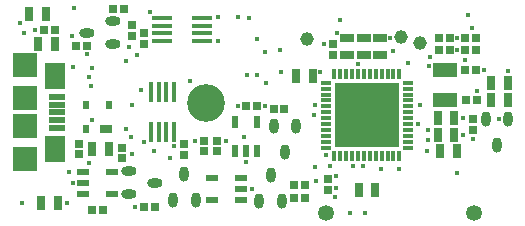
<source format=gbs>
G04 ================== begin FILE IDENTIFICATION RECORD ==================*
G04 Layout Name:  transponderRC2_4-10.brd*
G04 Film Name:    Soldermask_bot*
G04 File Format:  Gerber RS274X*
G04 File Origin:  Cadence Allegro 17.2-S042*
G04 Origin Date:  Fri Nov 23 21:07:11 2018*
G04 *
G04 Layer:  PACKAGE GEOMETRY/SOLDERMASK_BOTTOM*
G04 Layer:  BOARD GEOMETRY/SOLDERMASK_BOTTOM*
G04 Layer:  PIN/SOLDERMASK_BOTTOM*
G04 Layer:  VIA CLASS/SOLDERMASK_BOTTOM*
G04 *
G04 Offset:    (0.0000 0.0000)*
G04 Mirror:    No*
G04 Mode:      Positive*
G04 Rotation:  0*
G04 FullContactRelief:  No*
G04 UndefLineWidth:     0.1500*
G04 ================== end FILE IDENTIFICATION RECORD ====================*
%FSAX55Y55*MOMM*%
%IR0*IPPOS*OFA0.00000B0.00000*MIA0B0*SFA1.00000B1.00000*%
%ADD23O,.8X1.3*%
%ADD19R,1.X.7*%
%ADD18O,1.3X.8*%
%ADD31R,1.2X.8*%
%ADD10R,.8X1.2*%
%ADD17R,1.45X.5*%
%ADD21R,.45X1.7*%
%ADD22R,1.7X.45*%
%ADD11C,.45*%
%ADD14R,.75X.75*%
%ADD16R,1.0922X.6096*%
%ADD25R,.6096X1.0922*%
%ADD12R,2.1X2.*%
%ADD13R,2.1X2.1*%
%ADD32R,2.1X1.3*%
%ADD15R,1.8X2.3*%
%ADD24C,3.2*%
%ADD20R,.6X.7*%
%ADD30R,5.5X5.5*%
%ADD28C,1.15*%
%ADD29R,.4X.95*%
%ADD26C,1.35*%
%ADD27R,.95X.4*%
%LPD*%
G75*
G54D10*
X0000290000Y0000230000D03*
X0000265000Y0001580000D03*
X0000185000Y0001835000D03*
X0000325000Y0001835000D03*
X0000430000Y0000230000D03*
X0000405000Y0001580000D03*
X0000720000Y0000685000D03*
X0000860000Y0000685000D03*
X0002445000Y0001305000D03*
X0002585000Y0001305000D03*
X0002975000Y0000345000D03*
X0003115000Y0000345000D03*
X0003645000Y0000950000D03*
X0003645000Y0000810000D03*
X0003665000Y0000670000D03*
X0003785000Y0000950000D03*
X0003785000Y0000810000D03*
X0003805000Y0000670000D03*
X0004240000Y0001100000D03*
X0004100000Y0001100000D03*
X0004240000Y0001245000D03*
X0004100000Y0001245000D03*
G54D20*
X0000670000Y0000860000D03*
X0000670000Y0001060000D03*
X0000860000Y0001060000D03*
G54D11*
X0000125000Y0000230000D03*
X0000235000Y0001700000D03*
X0000145000Y0001667500D03*
X0000110000Y0001755000D03*
X0000510000Y0000230000D03*
X0000553980Y0000403980D03*
X0000525000Y0000495000D03*
X0000555000Y0001382500D03*
X0000550000Y0001645000D03*
X0000565000Y0001880000D03*
X0000690000Y0000568440D03*
X0000720000Y0000937500D03*
X0000711770Y0001219810D03*
X0000693950Y0001297810D03*
X0000715000Y0001375000D03*
X0000675000Y0001495000D03*
X0001085000Y0000195000D03*
X0001052500Y0000645000D03*
X0001240000Y0000675000D03*
X0001155000Y0000750000D03*
X0001005000Y0000860000D03*
X0001050000Y0000790000D03*
X0001130000Y0001185000D03*
X0001060000Y0001060000D03*
X0001030000Y0001550000D03*
X0001100000Y0001485000D03*
X0001005000Y0001435000D03*
X0001205000Y0001845000D03*
X0001380000Y0000610000D03*
X0001590000Y0000760000D03*
X0001412500Y0000717500D03*
X0001545000Y0001265000D03*
X0002021020Y0000581020D03*
X0001852500Y0000760000D03*
X0002008060Y0000788060D03*
X0001950000Y0001050000D03*
X0001782500Y0001602500D03*
X0001950000Y0001810000D03*
X0001785000Y0001810000D03*
X0002076020Y0000351020D03*
X0002185000Y0001050000D03*
X0002195000Y0001245000D03*
X0002320000Y0001340000D03*
X0002310000Y0001525000D03*
X0002030000Y0001317500D03*
X0002115000Y0001315000D03*
X0002115000Y0001620000D03*
X0002180000Y0001510000D03*
X0002045000Y0001795000D03*
X0002610000Y0000540000D03*
X0002615000Y0000420000D03*
X0002700000Y0000640000D03*
X0002600000Y0000980000D03*
X0002605700Y0001059800D03*
X0002650220Y0001342230D03*
X0002680000Y0001575000D03*
X0003032000Y0000150000D03*
X0002902500Y0000145000D03*
X0002777890Y0000281570D03*
X0002736090Y0000541090D03*
X0002786470Y0000361110D03*
X0002785680Y0000458710D03*
X0003010000Y0000545000D03*
X0002925000Y0000547500D03*
X0002805000Y0000735000D03*
X0002810000Y0001210000D03*
X0002974230Y0001409490D03*
X0002795000Y0001670000D03*
X0002815000Y0001785000D03*
X0003167500Y0000517500D03*
X0003321340Y0000517500D03*
X0003275000Y0000745000D03*
X0003275000Y0001205000D03*
X0003245000Y0001625000D03*
X0003265000Y0001515000D03*
X0003392500Y0001420000D03*
X0003476410Y0000898590D03*
X0003558630Y0000767780D03*
X0003555000Y0000670000D03*
X0003563530Y0000847640D03*
X0003491500Y0001060000D03*
X0003580000Y0001470000D03*
X0003568850Y0001390780D03*
X0003805000Y0000485000D03*
X0003855000Y0000950000D03*
X0003860000Y0000810000D03*
X0003940000Y0000775000D03*
X0003975000Y0001180000D03*
X0004040000Y0001360000D03*
X0003810000Y0001625000D03*
X0003810000Y0001525000D03*
X0003880000Y0001445000D03*
X0003935000Y0001710000D03*
X0003900000Y0001825000D03*
X0004160000Y0000940000D03*
X0004240000Y0001350000D03*
G54D30*
X0003045000Y0000975000D03*
G54D12*
X0000150000Y0000600000D03*
X0000150000Y0001400000D03*
G54D21*
X0001217500Y0000830000D03*
X0001282500Y0000830000D03*
X0001282500Y0001170000D03*
X0001217500Y0001170000D03*
X0001347500Y0000830000D03*
X0001412500Y0000830000D03*
X0001412500Y0001170000D03*
X0001347500Y0001170000D03*
G54D13*
X0000150000Y0000880000D03*
X0000150000Y0001120000D03*
G54D22*
X0001310000Y0001602500D03*
X0001310000Y0001797500D03*
X0001310000Y0001732500D03*
X0001310000Y0001667500D03*
X0001650000Y0001602500D03*
X0001650000Y0001667500D03*
X0001650000Y0001732500D03*
X0001650000Y0001797500D03*
G54D31*
X0003020000Y0001625000D03*
X0003020000Y0001485000D03*
X0002880000Y0001625000D03*
X0002880000Y0001485000D03*
X0003160000Y0001625000D03*
X0003160000Y0001485000D03*
G54D32*
X0003705000Y0001105000D03*
X0003705000Y0001355000D03*
G54D14*
X0000315000Y0001700000D03*
X0000605000Y0000645000D03*
X0000605000Y0000735000D03*
X0000585000Y0001560000D03*
X0000405000Y0001700000D03*
X0000720000Y0000170000D03*
X0000810000Y0000170000D03*
X0000970000Y0000610000D03*
X0000970000Y0000700000D03*
X0000675000Y0001560000D03*
X0000895000Y0001870000D03*
X0000985000Y0001870000D03*
X0001160000Y0000195000D03*
X0001250000Y0000195000D03*
X0001060000Y0001645000D03*
X0001160000Y0001580000D03*
X0001060000Y0001735000D03*
X0001160000Y0001670000D03*
X0001500000Y0000640000D03*
X0001670000Y0000760000D03*
X0001670000Y0000670000D03*
X0001500000Y0000730000D03*
X0001775000Y0000760000D03*
X0001775000Y0000670000D03*
X0002025000Y0001050000D03*
X0002255000Y0001030000D03*
X0002345000Y0001030000D03*
X0002115000Y0001050000D03*
X0002430000Y0000275000D03*
X0002520000Y0000275000D03*
X0002715000Y0000435000D03*
X0002715000Y0000345000D03*
X0002430000Y0000380000D03*
X0002520000Y0000380000D03*
X0002760000Y0001485000D03*
X0002760000Y0001575000D03*
X0003745000Y0001525000D03*
X0003655000Y0001525000D03*
X0003655000Y0001625000D03*
X0003745000Y0001625000D03*
X0003940000Y0000940000D03*
X0003940000Y0000850000D03*
X0003885000Y0001105000D03*
X0003975000Y0001105000D03*
X0003880000Y0001360000D03*
X0003970000Y0001360000D03*
X0003970000Y0001525000D03*
X0003880000Y0001525000D03*
X0003880000Y0001625000D03*
X0003970000Y0001625000D03*
G54D23*
X0001595000Y0000255000D03*
X0001405000Y0000255000D03*
X0001500000Y0000475000D03*
X0002325000Y0000250000D03*
X0002135000Y0000250000D03*
X0002230000Y0000470000D03*
X0002350000Y0000660000D03*
X0002255000Y0000880000D03*
X0002445000Y0000880000D03*
X0004050000Y0000940000D03*
X0004240000Y0000940000D03*
X0004145000Y0000720000D03*
G54D24*
X0001680000Y0001080000D03*
G54D15*
X0000405000Y0000690000D03*
X0000405000Y0001310000D03*
G54D25*
X0002021020Y0000670000D03*
X0001927040Y0000670000D03*
X0001927040Y0000918920D03*
X0002115000Y0000670000D03*
X0002115000Y0000918920D03*
G54D16*
X0000640000Y0000310000D03*
X0000640000Y0000403980D03*
X0000640000Y0000497960D03*
X0000888920Y0000497960D03*
X0000888920Y0000310000D03*
X0001980000Y0000257040D03*
X0001731080Y0000257040D03*
X0001980000Y0000445000D03*
X0001980000Y0000351020D03*
X0001731080Y0000445000D03*
G54D26*
X0002700000Y0000150000D03*
X0003955000Y0000150000D03*
G54D17*
X0000417500Y0000870000D03*
X0000417500Y0000935000D03*
X0000417500Y0001130000D03*
X0000417500Y0001065000D03*
X0000417500Y0001000000D03*
G54D27*
X0002700000Y0000950000D03*
X0002700000Y0000900000D03*
X0002700000Y0000850000D03*
X0002700000Y0000800000D03*
X0002700000Y0000750000D03*
X0002700000Y0000700000D03*
X0002700000Y0001250000D03*
X0002700000Y0001200000D03*
X0002700000Y0001150000D03*
X0002700000Y0001100000D03*
X0002700000Y0001050000D03*
X0002700000Y0001000000D03*
X0003390000Y0000700000D03*
X0003390000Y0000750000D03*
X0003390000Y0000800000D03*
X0003390000Y0000850000D03*
X0003390000Y0000900000D03*
X0003390000Y0000950000D03*
X0003390000Y0001000000D03*
X0003390000Y0001050000D03*
X0003390000Y0001100000D03*
X0003390000Y0001150000D03*
X0003390000Y0001200000D03*
X0003390000Y0001250000D03*
G54D18*
X0000675000Y0001675000D03*
X0001030000Y0000310000D03*
X0001030000Y0000500000D03*
X0000895000Y0001580000D03*
X0000895000Y0001770000D03*
X0001250000Y0000405000D03*
G54D28*
X0002540000Y0001620000D03*
X0003335000Y0001640000D03*
X0003495000Y0001585000D03*
G54D19*
X0000840000Y0000860000D03*
G54D29*
X0002770000Y0000630000D03*
X0002820000Y0000630000D03*
X0002870000Y0000630000D03*
X0002920000Y0000630000D03*
X0002970000Y0000630000D03*
X0003020000Y0000630000D03*
X0003020000Y0001320000D03*
X0002970000Y0001320000D03*
X0002920000Y0001320000D03*
X0002870000Y0001320000D03*
X0002820000Y0001320000D03*
X0002770000Y0001320000D03*
X0003070000Y0000630000D03*
X0003120000Y0000630000D03*
X0003170000Y0000630000D03*
X0003220000Y0000630000D03*
X0003270000Y0000630000D03*
X0003320000Y0000630000D03*
X0003320000Y0001320000D03*
X0003270000Y0001320000D03*
X0003220000Y0001320000D03*
X0003170000Y0001320000D03*
X0003120000Y0001320000D03*
X0003070000Y0001320000D03*
M02*

</source>
